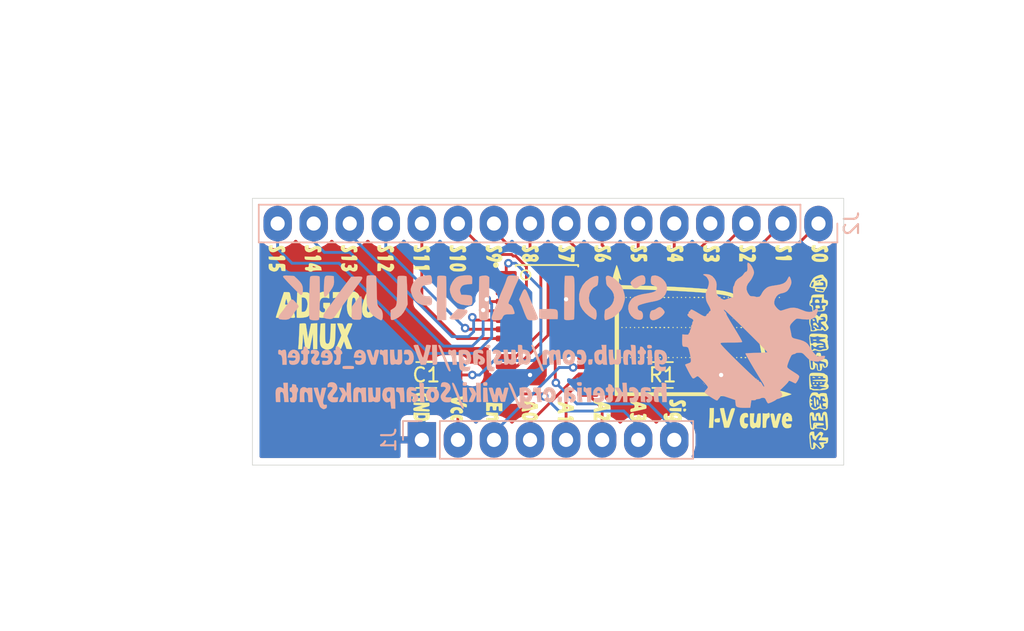
<source format=kicad_pcb>
(kicad_pcb (version 20240108) (generator "pcbnew") (generator_version "8.0")
  (layers (0 "F.Cu" signal) (31 "B.Cu" signal) (34 "B.Paste" user) (35 "F.Paste" user) (36 "B.SilkS" user "B.Silkscreen") (37 "F.SilkS" user "F.Silkscreen") (38 "B.Mask" user) (39 "F.Mask" user) (44 "Edge.Cuts" user))
  (net 0 "")
  (net 1 "GND")
  (net 2 "Net-(J1-Pin_7)")
  (net 3 "Net-(J1-Pin_5)")
  (net 4 "Net-(J1-Pin_3)")
  (net 5 "Net-(J1-Pin_4)")
  (net 6 "Net-(J1-Pin_8)")
  (net 7 "VCC")
  (net 8 "Net-(J1-Pin_6)")
  (net 9 "Net-(J2-Pin_8)")
  (net 10 "Net-(J2-Pin_6)")
  (net 11 "Net-(J2-Pin_4)")
  (net 12 "Net-(J2-Pin_13)")
  (net 13 "Net-(J2-Pin_12)")
  (net 14 "Net-(J2-Pin_3)")
  (net 15 "Net-(J2-Pin_11)")
  (net 16 "Net-(J2-Pin_10)")
  (net 17 "Net-(J2-Pin_5)")
  (net 18 "Net-(J2-Pin_7)")
  (net 19 "Net-(J2-Pin_15)")
  (net 20 "Net-(J2-Pin_2)")
  (net 21 "Net-(J2-Pin_14)")
  (net 22 "Net-(J2-Pin_1)")
  (net 23 "Net-(J2-Pin_9)")
  (net 24 "Net-(J2-9)")
  (footprint "007_dusjagr:C_1210_noGND" (layer "F.Cu") (at 102.42 104.14)
    (property "Reference" "C1" (at 0 0 180) (layer "F.SilkS"))
    (property "Value" "100nf")
    (pad "1" smd roundrect (at -1.72 0) (size 1.64 1.8) (layers "F.Cu" "F.Paste" "F.Mask") (roundrect_rratio 0.188679) (net 1 "GND"))
    (pad "2" smd roundrect (at 1.72 0) (size 1.64 1.8) (layers "F.Cu" "F.Paste" "F.Mask") (roundrect_rratio 0.188679) (net 7 "VCC"))
    (zone (net 0) (net_name "") (layer "F.Cu") (connect_pads (clearance 0)) (min_thickness 0.25)
      (keepout (tracks allowed) (vias allowed) (pads allowed) (copperpour not_allowed) (footprints allowed))
      (fill (thermal_gap 0.5) (thermal_bridge_width 0.5))
      (polygon (pts (xy 101.404 103.124) (xy 103.436 103.124) (xy 103.436 105.156) (xy 101.404 105.156)))
    )
  )
  (footprint "007_dusjagr:R_1206_noGND" (layer "F.Cu") (at 119.068 104.14)
    (property "Reference" "R1" (at 0 0 0) (layer "F.SilkS"))
    (property "Value" "1k")
    (pad "1" smd roundrect (at -1.72 0) (size 1.64 1.75) (layers "F.Cu" "F.Paste" "F.Mask") (roundrect_rratio 0.192308) (net 4 "Net-(J1-Pin_3)"))
    (pad "2" smd roundrect (at 1.72 0) (size 1.64 1.75) (layers "F.Cu" "F.Paste" "F.Mask") (roundrect_rratio 0.192308) (net 1 "GND"))
    (zone (net 0) (net_name "") (layer "F.Cu") (name "noGND") (connect_pads (clearance 0)) (min_thickness 0.25)
      (keepout (tracks allowed) (vias allowed) (pads allowed) (copperpour not_allowed) (footprints allowed))
      (fill (thermal_gap 0.5) (thermal_bridge_width 0.5))
      (polygon (pts (xy 118.052 103.124) (xy 120.084 103.124) (xy 120.084 105.156) (xy 118.052 105.156)))
    )
  )
  (footprint "007_dusjagr:ADG704-28N" (layer "F.Cu") (at 110.922 101.245)
    (property "Reference" "U1" (hide yes))
    (property "Value" "ADG706_edited")
    (pad "1" smd roundrect (at -2.87 -4.225) (size 1.47 0.41) (layers "F.Cu" "F.Paste" "F.Mask") (net 7 "VCC"))
    (pad "2" smd roundrect (at -2.87 -3.575) (size 1.47 0.41) (layers "F.Cu" "F.Paste" "F.Mask"))
    (pad "3" smd roundrect (at -2.87 -2.925) (size 1.47 0.41) (layers "F.Cu" "F.Paste" "F.Mask"))
    (pad "4" smd roundrect (at -2.87 -2.275) (size 1.47 0.41) (layers "F.Cu" "F.Paste" "F.Mask") (net 24 "Net-(J2-9)"))
    (pad "5" smd roundrect (at -2.87 -1.625) (size 1.47 0.41) (layers "F.Cu" "F.Paste" "F.Mask") (net 19 "Net-(J2-Pin_15)"))
    (pad "6" smd roundrect (at -2.87 -0.975) (size 1.47 0.41) (layers "F.Cu" "F.Paste" "F.Mask") (net 21 "Net-(J2-Pin_14)"))
    (pad "7" smd roundrect (at -2.87 -0.325) (size 1.47 0.41) (layers "F.Cu" "F.Paste" "F.Mask") (net 12 "Net-(J2-Pin_13)"))
    (pad "8" smd roundrect (at -2.87 0.325) (size 1.47 0.41) (layers "F.Cu" "F.Paste" "F.Mask") (net 13 "Net-(J2-Pin_12)"))
    (pad "9" smd roundrect (at -2.87 0.975) (size 1.47 0.41) (layers "F.Cu" "F.Paste" "F.Mask") (net 15 "Net-(J2-Pin_11)"))
    (pad "10" smd roundrect (at -2.87 1.625) (size 1.47 0.41) (layers "F.Cu" "F.Paste" "F.Mask") (net 16 "Net-(J2-Pin_10)"))
    (pad "11" smd roundrect (at -2.87 2.275) (size 1.47 0.41) (layers "F.Cu" "F.Paste" "F.Mask") (net 23 "Net-(J2-Pin_9)"))
    (pad "12" smd roundrect (at -2.87 2.925) (size 1.47 0.41) (layers "F.Cu" "F.Paste" "F.Mask") (net 1 "GND"))
    (pad "13" smd roundrect (at -2.87 3.575) (size 1.47 0.41) (layers "F.Cu" "F.Paste" "F.Mask"))
    (pad "14" smd roundrect (at -2.87 4.225) (size 1.47 0.41) (layers "F.Cu" "F.Paste" "F.Mask") (net 2 "Net-(J1-Pin_7)"))
    (pad "15" smd roundrect (at 2.87 4.225) (size 1.47 0.41) (layers "F.Cu" "F.Paste" "F.Mask") (net 8 "Net-(J1-Pin_6)"))
    (pad "16" smd roundrect (at 2.87 3.575) (size 1.47 0.41) (layers "F.Cu" "F.Paste" "F.Mask") (net 3 "Net-(J1-Pin_5)"))
    (pad "17" smd roundrect (at 2.87 2.925) (size 1.47 0.41) (layers "F.Cu" "F.Paste" "F.Mask") (net 5 "Net-(J1-Pin_4)"))
    (pad "18" smd roundrect (at 2.87 2.275) (size 1.47 0.41) (layers "F.Cu" "F.Paste" "F.Mask") (net 4 "Net-(J1-Pin_3)"))
    (pad "19" smd roundrect (at 2.87 1.625) (size 1.47 0.41) (layers "F.Cu" "F.Paste" "F.Mask") (net 22 "Net-(J2-Pin_1)"))
    (pad "20" smd roundrect (at 2.87 0.975) (size 1.47 0.41) (layers "F.Cu" "F.Paste" "F.Mask") (net 20 "Net-(J2-Pin_2)"))
    (pad "21" smd roundrect (at 2.87 0.325) (size 1.47 0.41) (layers "F.Cu" "F.Paste" "F.Mask") (net 14 "Net-(J2-Pin_3)"))
    (pad "22" smd roundrect (at 2.87 -0.325) (size 1.47 0.41) (layers "F.Cu" "F.Paste" "F.Mask") (net 11 "Net-(J2-Pin_4)"))
    (pad "23" smd roundrect (at 2.87 -0.975) (size 1.47 0.41) (layers "F.Cu" "F.Paste" "F.Mask") (net 17 "Net-(J2-Pin_5)"))
    (pad "24" smd roundrect (at 2.87 -1.625) (size 1.47 0.41) (layers "F.Cu" "F.Paste" "F.Mask") (net 10 "Net-(J2-Pin_6)"))
    (pad "25" smd roundrect (at 2.87 -2.275) (size 1.47 0.41) (layers "F.Cu" "F.Paste" "F.Mask") (net 18 "Net-(J2-Pin_7)"))
    (pad "26" smd roundrect (at 2.87 -2.925) (size 1.47 0.41) (layers "F.Cu" "F.Paste" "F.Mask") (net 9 "Net-(J2-Pin_8)"))
    (pad "27" smd roundrect (at 2.87 -3.575) (size 1.47 0.41) (layers "F.Cu" "F.Paste" "F.Mask") (net 1 "GND"))
    (pad "28" smd roundrect (at 2.87 -4.225) (size 1.47 0.41) (layers "F.Cu" "F.Paste" "F.Mask") (net 6 "Net-(J1-Pin_8)"))
  )
  (footprint "007_dusjagr:Back_silkscreen" (layer "F.Cu") (at 110.998 101.346)
    (property "Reference" "Ref**" (hide yes))
    (property "Value" "Val**" (hide yes))
  )
  (footprint "007_dusjagr:silkscreen" (layer "F.Cu") (at 110.998 101.092)
    (property "Reference" "Ref**" (hide yes))
    (property "Value" "Val**" (hide yes))
  )
  (footprint "Connector_PinHeader_2.54mm:PinHeader_1x16_P2.54mm_Vertical" (layer "B.Cu") (at 130.048 93.472 90)
    (property "Reference" "J2" (at 0 2.33 -90) (layer "B.SilkS") (effects (justify mirror)))
    (property "Value" "Conn_01x16_Pin")
    (pad "1" thru_hole oval (at 0 0 90) (size 2.5 2) (drill 1) (layers "*.Cu" "*.Mask") (net 22 "Net-(J2-Pin_1)"))
    (pad "2" thru_hole oval (at 0 -2.54 90) (size 2.5 2) (drill 1) (layers "*.Cu" "*.Mask") (net 20 "Net-(J2-Pin_2)"))
    (pad "3" thru_hole oval (at 0 -5.08 90) (size 2.5 2) (drill 1) (layers "*.Cu" "*.Mask") (net 14 "Net-(J2-Pin_3)"))
    (pad "4" thru_hole oval (at 0 -7.62 90) (size 2.5 2) (drill 1) (layers "*.Cu" "*.Mask") (net 11 "Net-(J2-Pin_4)"))
    (pad "5" thru_hole oval (at 0 -10.16 90) (size 2.5 2) (drill 1) (layers "*.Cu" "*.Mask") (net 17 "Net-(J2-Pin_5)"))
    (pad "6" thru_hole oval (at 0 -12.7 90) (size 2.5 2) (drill 1) (layers "*.Cu" "*.Mask") (net 10 "Net-(J2-Pin_6)"))
    (pad "7" thru_hole oval (at 0 -15.24 90) (size 2.5 2) (drill 1) (layers "*.Cu" "*.Mask") (net 18 "Net-(J2-Pin_7)"))
    (pad "8" thru_hole oval (at 0 -17.78 90) (size 2.5 2) (drill 1) (layers "*.Cu" "*.Mask") (net 9 "Net-(J2-Pin_8)"))
    (pad "9" thru_hole oval (at 0 -20.32 90) (size 2.5 2) (drill 1) (layers "*.Cu" "*.Mask") (net 23 "Net-(J2-Pin_9)"))
    (pad "10" thru_hole oval (at 0 -22.86 90) (size 2.5 2) (drill 1) (layers "*.Cu" "*.Mask") (net 16 "Net-(J2-Pin_10)"))
    (pad "11" thru_hole oval (at 0 -25.4 90) (size 2.5 2) (drill 1) (layers "*.Cu" "*.Mask") (net 15 "Net-(J2-Pin_11)"))
    (pad "12" thru_hole oval (at 0 -27.94 90) (size 2.5 2) (drill 1) (layers "*.Cu" "*.Mask") (net 13 "Net-(J2-Pin_12)"))
    (pad "13" thru_hole oval (at 0 -30.48 90) (size 2.5 2) (drill 1) (layers "*.Cu" "*.Mask") (net 12 "Net-(J2-Pin_13)"))
    (pad "14" thru_hole oval (at 0 -33.02 90) (size 2.5 2) (drill 1) (layers "*.Cu" "*.Mask") (net 21 "Net-(J2-Pin_14)"))
    (pad "15" thru_hole oval (at 0 -35.56 90) (size 2.5 2) (drill 1) (layers "*.Cu" "*.Mask") (net 19 "Net-(J2-Pin_15)"))
    (pad "16" thru_hole oval (at 0 -38.1 90) (size 2.5 2) (drill 1) (layers "*.Cu" "*.Mask") (net 24 "Net-(J2-9)"))
  )
  (footprint "Connector_PinHeader_2.54mm:PinHeader_1x08_P2.54mm_Vertical" (layer "B.Cu") (at 102.108 108.712 -90)
    (property "Reference" "J1" (at 0 2.33 90) (layer "B.SilkS") (effects (justify mirror)))
    (property "Value" "Conn_01x07_Pin")
    (pad "1" thru_hole rect (at 0 0 270) (size 2.5 2) (drill 1) (layers "*.Cu" "*.Mask") (net 1 "GND"))
    (pad "2" thru_hole oval (at 0 -2.54 270) (size 2.5 2) (drill 1) (layers "*.Cu" "*.Mask") (net 7 "VCC"))
    (pad "3" thru_hole oval (at 0 -5.08 270) (size 2.5 2) (drill 1) (layers "*.Cu" "*.Mask") (net 4 "Net-(J1-Pin_3)"))
    (pad "4" thru_hole oval (at 0 -7.62 270) (size 2.5 2) (drill 1) (layers "*.Cu" "*.Mask") (net 5 "Net-(J1-Pin_4)"))
    (pad "5" thru_hole oval (at 0 -10.16 270) (size 2.5 2) (drill 1) (layers "*.Cu" "*.Mask") (net 3 "Net-(J1-Pin_5)"))
    (pad "6" thru_hole oval (at 0 -12.7 270) (size 2.5 2) (drill 1) (layers "*.Cu" "*.Mask") (net 8 "Net-(J1-Pin_6)"))
    (pad "7" thru_hole oval (at 0 -15.24 270) (size 2.5 2) (drill 1) (layers "*.Cu" "*.Mask") (net 2 "Net-(J1-Pin_7)"))
    (pad "8" thru_hole oval (at 0 -17.78 270) (size 2.5 2) (drill 1) (layers "*.Cu" "*.Mask") (net 6 "Net-(J1-Pin_8)"))
  )
  (gr_rect (start 90.17 91.694) (end 131.826 110.49) (stroke (width 0.05)) (fill none) (layer "Edge.Cuts"))
  (segment (start 120.788 104.14) (end 123.19 104.14) (width 0.2) (layer "F.Cu") (net 1))
  (segment (start 113.792 97.67) (end 113.057001 97.67) (width 0.2) (layer "F.Cu") (net 1))
  (segment (start 113.057001 97.67) (end 112.268 98.459001) (width 0.2) (layer "F.Cu") (net 1))
  (segment (start 108.052 104.17) (end 109.698 104.17) (width 0.2) (layer "F.Cu") (net 1))
  (segment (start 112.268 98.459001) (end 112.268 98.806) (width 0.2) (layer "F.Cu") (net 1))
  (segment (start 109.698 104.17) (end 109.728 104.14) (width 0.2) (layer "F.Cu") (net 1))
  (via (at 123.19 104.14) (size 0.6) (drill 0.3) (layers "F.Cu" "B.Cu") (net 1))
  (via (at 109.728 104.14) (size 0.6) (drill 0.3) (layers "F.Cu" "B.Cu") (net 1))
  (via (at 112.268 98.806) (size 0.6) (drill 0.3) (layers "F.Cu" "B.Cu") (net 1))
  (segment (start 108.052 105.47) (end 110.55 105.47) (width 0.2) (layer "F.Cu") (net 2))
  (segment (start 110.55 105.47) (end 110.729236 105.649236) (width 0.2) (layer "F.Cu") (net 2))
  (via (at 110.729236 105.649236) (size 0.6) (drill 0.3) (layers "F.Cu" "B.Cu") (net 2))
  (segment (start 116.332 106.68) (end 117.348 107.696) (width 0.2) (layer "B.Cu") (net 2))
  (segment (start 111.76 106.68) (end 116.332 106.68) (width 0.2) (layer "B.Cu") (net 2))
  (segment (start 110.729236 105.649236) (end 111.76 106.68) (width 0.2) (layer "B.Cu") (net 2))
  (segment (start 117.348 107.696) (end 117.348 108.712) (width 0.2) (layer "B.Cu") (net 2))
  (segment (start 112.268 105.609001) (end 113.057001 104.82) (width 0.2) (layer "F.Cu") (net 3))
  (segment (start 112.268 108.712) (end 112.268 105.609001) (width 0.2) (layer "F.Cu") (net 3))
  (segment (start 113.057001 104.82) (end 113.792 104.82) (width 0.2) (layer "F.Cu") (net 3))
  (segment (start 116.728 103.52) (end 117.348 104.14) (width 0.2) (layer "F.Cu") (net 4))
  (segment (start 112.761126 103.613187) (end 113.698813 103.613187) (width 0.2) (layer "F.Cu") (net 4))
  (segment (start 113.698813 103.613187) (end 113.792 103.52) (width 0.2) (layer "F.Cu") (net 4))
  (segment (start 113.792 103.52) (end 116.728 103.52) (width 0.2) (layer "F.Cu") (net 4))
  (via (at 112.761126 103.613187) (size 0.6) (drill 0.3) (layers "F.Cu" "B.Cu") (net 4))
  (segment (start 111.778813 103.613187) (end 111.76 103.632) (width 0.2) (layer "B.Cu") (net 4))
  (segment (start 107.188 108.204) (end 111.76 103.632) (width 0.2) (layer "B.Cu") (net 4))
  (segment (start 112.761126 103.613187) (end 111.778813 103.613187) (width 0.2) (layer "B.Cu") (net 4))
  (segment (start 107.188 108.712) (end 107.188 108.204) (width 0.2) (layer "B.Cu") (net 4))
  (segment (start 109.728 107.499001) (end 109.728 108.712) (width 0.2) (layer "F.Cu") (net 5))
  (segment (start 113.057001 104.17) (end 109.728 107.499001) (width 0.2) (layer "F.Cu") (net 5))
  (segment (start 113.792 104.17) (end 113.057001 104.17) (width 0.2) (layer "F.Cu") (net 5))
  (segment (start 111.506 104.648) (end 111.549265 104.691265) (width 0.2) (layer "F.Cu") (net 6))
  (segment (start 111.506 98.552) (end 111.506 104.648) (width 0.2) (layer "F.Cu") (net 6))
  (segment (start 113.057001 97.02) (end 112.287001 97.79) (width 0.2) (layer "F.Cu") (net 6))
  (segment (start 113.792 97.02) (end 113.057001 97.02) (width 0.2) (layer "F.Cu") (net 6))
  (segment (start 112.268 97.79) (end 111.506 98.552) (width 0.2) (layer "F.Cu") (net 6))
  (segment (start 112.287001 97.79) (end 112.268 97.79) (width 0.2) (layer "F.Cu") (net 6))
  (via (at 111.549265 104.691265) (size 0.6) (drill 0.3) (layers "F.Cu" "B.Cu") (net 6))
  (segment (start 111.549265 104.691265) (end 113.03 106.172) (width 0.2) (layer "B.Cu") (net 6))
  (segment (start 118.11 106.172) (end 119.888 107.95) (width 0.2) (layer "B.Cu") (net 6))
  (segment (start 119.888 107.95) (end 119.888 108.712) (width 0.2) (layer "B.Cu") (net 6))
  (segment (start 113.03 106.172) (end 118.11 106.172) (width 0.2) (layer "B.Cu") (net 6))
  (segment (start 104.902 108.712) (end 104.902 109.093) (width 0.35) (layer "F.Cu") (net 7))
  (segment (start 108.052 96.418) (end 108.204 96.266) (width 0.2) (layer "F.Cu") (net 7))
  (segment (start 104.648 105.918) (end 104.648 108.712) (width 0.2) (layer "F.Cu") (net 7))
  (segment (start 104.14 105.41) (end 104.648 105.918) (width 0.2) (layer "F.Cu") (net 7))
  (segment (start 104.14 104.14) (end 104.14 105.41) (width 0.2) (layer "F.Cu") (net 7))
  (segment (start 104.14 104.14) (end 105.664 104.14) (width 0.2) (layer "F.Cu") (net 7))
  (segment (start 108.052 97.02) (end 108.052 96.418) (width 0.2) (layer "F.Cu") (net 7))
  (via (at 105.664 104.14) (size 0.6) (drill 0.3) (layers "F.Cu" "B.Cu") (net 7))
  (via (at 108.204 96.266) (size 0.6) (drill 0.3) (layers "F.Cu" "B.Cu") (net 7))
  (segment (start 109.982 103.124) (end 107.188 103.124) (width 0.2) (layer "B.Cu") (net 7))
  (segment (start 110.49 102.616) (end 109.982 103.124) (width 0.2) (layer "B.Cu") (net 7))
  (segment (start 108.712 96.266) (end 110.49 98.044) (width 0.2) (layer "B.Cu") (net 7))
  (segment (start 108.204 96.266) (end 108.712 96.266) (width 0.2) (layer "B.Cu") (net 7))
  (segment (start 110.49 98.044) (end 110.49 102.616) (width 0.2) (layer "B.Cu") (net 7))
  (segment (start 106.172 104.14) (end 105.664 104.14) (width 0.2) (layer "B.Cu") (net 7))
  (segment (start 107.188 103.124) (end 106.172 104.14) (width 0.2) (layer "B.Cu") (net 7))
  (segment (start 114.808 106.486) (end 114.808 108.712) (width 0.2) (layer "F.Cu") (net 8))
  (segment (start 113.792 105.47) (end 114.808 106.486) (width 0.2) (layer "F.Cu") (net 8))
  (segment (start 114.046 96.266) (end 112.268 94.488) (width 0.2) (layer "F.Cu") (net 9))
  (segment (start 114.808 96.266) (end 114.046 96.266) (width 0.2) (layer "F.Cu") (net 9))
  (segment (start 115.062 98.044) (end 115.062 96.52) (width 0.2) (layer "F.Cu") (net 9))
  (segment (start 114.786 98.32) (end 115.062 98.044) (width 0.2) (layer "F.Cu") (net 9))
  (segment (start 112.268 94.488) (end 112.268 93.472) (width 0.2) (layer "F.Cu") (net 9))
  (segment (start 113.792 98.32) (end 114.786 98.32) (width 0.2) (layer "F.Cu") (net 9))
  (segment (start 115.062 96.52) (end 114.808 96.266) (width 0.2) (layer "F.Cu") (net 9))
  (segment (start 113.792 99.62) (end 115.264 99.62) (width 0.2) (layer "F.Cu") (net 10))
  (segment (start 117.348 97.536) (end 117.348 93.472) (width 0.2) (layer "F.Cu") (net 10))
  (segment (start 115.264 99.62) (end 117.348 97.536) (width 0.2) (layer "F.Cu") (net 10))
  (segment (start 115.996 100.92) (end 122.428 94.488) (width 0.2) (layer "F.Cu") (net 11))
  (segment (start 122.428 94.488) (end 122.428 93.472) (width 0.2) (layer "F.Cu") (net 11))
  (segment (start 113.792 100.92) (end 115.996 100.92) (width 0.2) (layer "F.Cu") (net 11))
  (segment (start 105.238 100.92) (end 105.156 100.838) (width 0.2) (layer "F.Cu") (net 12))
  (segment (start 108.052 100.92) (end 105.238 100.92) (width 0.2) (layer "F.Cu") (net 12))
  (via (at 105.156 100.838) (size 0.6) (drill 0.3) (layers "F.Cu" "B.Cu") (net 12))
  (segment (start 105.156 100.838) (end 99.568 95.25) (width 0.2) (layer "B.Cu") (net 12))
  (segment (start 99.568 95.25) (end 99.568 93.472) (width 0.2) (layer "B.Cu") (net 12))
  (segment (start 104.618 101.57) (end 102.108 99.06) (width 0.2) (layer "F.Cu") (net 13))
  (segment (start 108.052 101.57) (end 104.618 101.57) (width 0.2) (layer "F.Cu") (net 13))
  (segment (start 102.108 99.06) (end 102.108 93.472) (width 0.2) (layer "F.Cu") (net 13))
  (segment (start 116.87 101.57) (end 124.968 93.472) (width 0.2) (layer "F.Cu") (net 14))
  (segment (start 113.792 101.57) (end 116.87 101.57) (width 0.2) (layer "F.Cu") (net 14))
  (segment (start 108.052 102.22) (end 108.786999 102.22) (width 0.2) (layer "F.Cu") (net 15))
  (segment (start 108.544529 95.758) (end 108.436529 95.65) (width 0.2) (layer "F.Cu") (net 15))
  (segment (start 108.786999 102.22) (end 109.474 101.532999) (width 0.2) (layer "F.Cu") (net 15))
  (segment (start 108.052 102.21) (end 107.95 102.108) (width 0.2) (layer "F.Cu") (net 15))
  (segment (start 108.712 95.758) (end 108.544529 95.758) (width 0.2) (layer "F.Cu") (net 15))
  (segment (start 108.436529 95.65) (end 106.826 95.65) (width 0.2) (layer "F.Cu") (net 15))
  (segment (start 108.052 102.22) (end 108.052 102.21) (width 0.2) (layer "F.Cu") (net 15))
  (segment (start 106.826 95.65) (end 104.648 93.472) (width 0.2) (layer "F.Cu") (net 15))
  (segment (start 109.474 96.52) (end 108.712 95.758) (width 0.2) (layer "F.Cu") (net 15))
  (segment (start 109.474 101.532999) (end 109.474 96.52) (width 0.2) (layer "F.Cu") (net 15))
  (segment (start 108.70906 102.87) (end 110.49 101.08906) (width 0.2) (layer "F.Cu") (net 16))
  (segment (start 108.458 95.25) (end 107.188 93.98) (width 0.2) (layer "F.Cu") (net 16))
  (segment (start 110.49 96.774) (end 108.966 95.25) (width 0.2) (layer "F.Cu") (net 16))
  (segment (start 108.966 95.25) (end 108.458 95.25) (width 0.2) (layer "F.Cu") (net 16))
  (segment (start 110.49 101.08906) (end 110.49 96.774) (width 0.2) (layer "F.Cu") (net 16))
  (segment (start 107.188 93.98) (end 107.188 93.472) (width 0.2) (layer "F.Cu") (net 16))
  (segment (start 108.052 102.87) (end 108.70906 102.87) (width 0.2) (layer "F.Cu") (net 16))
  (segment (start 115.63 100.27) (end 119.888 96.012) (width 0.2) (layer "F.Cu") (net 17))
  (segment (start 119.888 96.012) (end 119.888 93.472) (width 0.2) (layer "F.Cu") (net 17))
  (segment (start 113.792 100.27) (end 115.63 100.27) (width 0.2) (layer "F.Cu") (net 17))
  (segment (start 115.824 96.012) (end 114.808 94.996) (width 0.2) (layer "F.Cu") (net 18))
  (segment (start 114.808 94.996) (end 114.808 93.472) (width 0.2) (layer "F.Cu") (net 18))
  (segment (start 113.792 98.97) (end 114.898 98.97) (width 0.2) (layer "F.Cu") (net 18))
  (segment (start 115.824 98.044) (end 115.824 96.012) (width 0.2) (layer "F.Cu") (net 18))
  (segment (start 114.898 98.97) (end 115.824 98.044) (width 0.2) (layer "F.Cu") (net 18))
  (segment (start 108.052 99.62) (end 106.478 99.62) (width 0.2) (layer "F.Cu") (net 19))
  (segment (start 106.478 99.62) (end 106.426 99.568) (width 0.2) (layer "F.Cu") (net 19))
  (via (at 106.426 99.568) (size 0.6) (drill 0.3) (layers "F.Cu" "B.Cu") (net 19))
  (segment (start 105.664 102.108) (end 103.632 102.108) (width 0.2) (layer "B.Cu") (net 19))
  (segment (start 94.488 94.742) (end 94.488 93.472) (width 0.2) (layer "B.Cu") (net 19))
  (segment (start 106.426 101.346) (end 105.664 102.108) (width 0.2) (layer "B.Cu") (net 19))
  (segment (start 103.632 102.108) (end 97.028 95.504) (width 0.2) (layer "B.Cu") (net 19))
  (segment (start 106.426 99.568) (end 106.426 101.346) (width 0.2) (layer "B.Cu") (net 19))
  (segment (start 95.25 95.504) (end 94.488 94.742) (width 0.2) (layer "B.Cu") (net 19))
  (segment (start 97.028 95.504) (end 95.25 95.504) (width 0.2) (layer "B.Cu") (net 19))
  (segment (start 118.76 102.22) (end 127.508 93.472) (width 0.2) (layer "F.Cu") (net 20))
  (segment (start 113.792 102.22) (end 118.76 102.22) (width 0.2) (layer "F.Cu") (net 20))
  (segment (start 105.858 100.27) (end 105.664 100.076) (width 0.2) (layer "F.Cu") (net 21))
  (segment (start 108.052 100.27) (end 105.858 100.27) (width 0.2) (layer "F.Cu") (net 21))
  (via (at 105.664 100.076) (size 0.6) (drill 0.3) (layers "F.Cu" "B.Cu") (net 21))
  (segment (start 97.028 94.234) (end 97.028 93.472) (width 0.2) (layer "B.Cu") (net 21))
  (segment (start 105.404529 101.438) (end 104.232 101.438) (width 0.2) (layer "B.Cu") (net 21))
  (segment (start 105.756 101.086529) (end 105.404529 101.438) (width 0.2) (layer "B.Cu") (net 21))
  (segment (start 105.664 100.076) (end 105.756 100.168) (width 0.2) (layer "B.Cu") (net 21))
  (segment (start 104.232 101.438) (end 97.028 94.234) (width 0.2) (layer "B.Cu") (net 21))
  (segment (start 105.756 100.168) (end 105.756 101.086529) (width 0.2) (layer "B.Cu") (net 21))
  (segment (start 113.792 102.87) (end 120.65 102.87) (width 0.2) (layer "F.Cu") (net 22))
  (segment (start 120.65 102.87) (end 130.048 93.472) (width 0.2) (layer "F.Cu") (net 22))
  (segment (start 110.998 101.346) (end 110.998 96.52) (width 0.2) (layer "F.Cu") (net 23))
  (segment (start 110.998 96.52) (end 109.728 95.25) (width 0.2) (layer "F.Cu") (net 23))
  (segment (start 109.728 95.25) (end 109.728 93.472) (width 0.2) (layer "F.Cu") (net 23))
  (segment (start 108.824 103.52) (end 110.998 101.346) (width 0.2) (layer "F.Cu") (net 23))
  (segment (start 108.052 103.52) (end 108.824 103.52) (width 0.2) (layer "F.Cu") (net 23))
  (segment (start 108.052 98.97) (end 106.844 98.97) (width 0.2) (layer "F.Cu") (net 24))
  (segment (start 106.844 98.97) (end 106.68 98.806) (width 0.2) (layer "F.Cu") (net 24))
  (via (at 106.68 98.806) (size 0.6) (drill 0.3) (layers "F.Cu" "B.Cu") (net 24))
  (segment (start 102.616 102.616) (end 96.266 96.266) (width 0.2) (layer "B.Cu") (net 24))
  (segment (start 107.026 99.152) (end 107.026 101.508) (width 0.2) (layer "B.Cu") (net 24))
  (segment (start 92.964 96.266) (end 91.948 95.25) (width 0.2) (layer "B.Cu") (net 24))
  (segment (start 96.266 96.266) (end 92.964 96.266) (width 0.2) (layer "B.Cu") (net 24))
  (segment (start 105.918 102.616) (end 102.616 102.616) (width 0.2) (layer "B.Cu") (net 24))
  (segment (start 106.68 98.806) (end 107.026 99.152) (width 0.2) (layer "B.Cu") (net 24))
  (segment (start 91.948 95.25) (end 91.948 93.472) (width 0.2) (layer "B.Cu") (net 24))
  (segment (start 107.026 101.508) (end 105.918 102.616) (width 0.2) (layer "B.Cu") (net 24))
  (zone (net 1) (net_name "GND") (layer "F.Cu") (connect_pads (clearance 0.5)) (min_thickness 0.25) (fill yes (thermal_gap 0.5) (thermal_bridge_width 0.5))
    (polygon (pts (xy 84.582 80.264) (xy 136.398 80.264) (xy 139.954 118.872) (xy 76.962 122.174)))
  )
  (zone (net 1) (net_name "GND") (layer "B.Cu") (priority 1) (connect_pads (clearance 0.5)) (min_thickness 0.25) (fill yes (thermal_gap 0.5) (thermal_bridge_width 0.5))
    (polygon (pts (xy 81.28 78.486) (xy 137.668 77.724) (xy 144.526 117.856) (xy 72.39 115.824)))
  )
)
</source>
